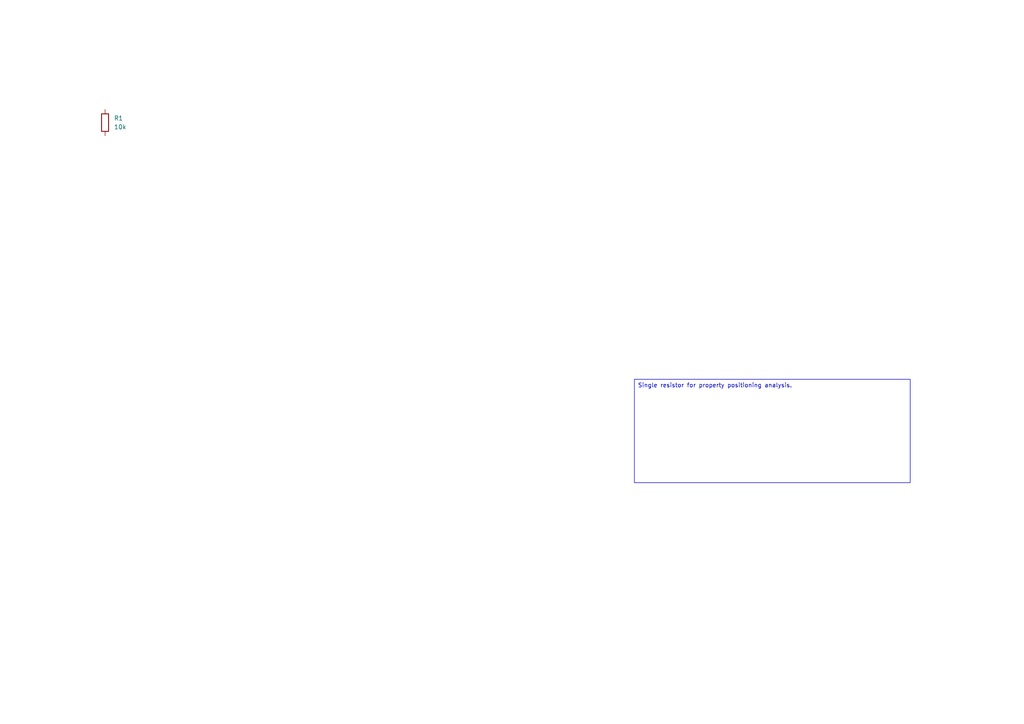
<source format=kicad_sch>
(kicad_sch (version 20250114) (generator "circuit_synth") (generator_version "0.8.36")
  (paper "A4")
  (title_block (title "resistor_reference"))
  (lib_symbols
    (symbol "Device:R" (pin_numbers (hide yes)) (pin_names (offset 0))
      (property "Reference" "R" (at 2.032 0 90))
      (property "Value" "R" (at 0 0 90))
      (symbol "R_0_1"
        (rectangle (start -1.016 -2.54) (end 1.016 2.54) (stroke (width 0.254)))
      )
      (symbol "R_1_1"
        (pin passive line (at 0 3.81 270) (length 1.27) (name "~") (number "1"))
        (pin passive line (at 0 -3.81 90) (length 1.27) (name "~") (number "2"))
      )
    )
  )
  (symbol (lib_id "Device:R") (at 30.48 35.56 0) (unit 1)
    (property "Reference" "R1" (at 33.02 34.2899 0) (effects (justify left)))
    (property "Value" "10k" (at 33.02 36.8299 0) (effects (justify left)))
    (property "Footprint" "Resistor_SMD:R_0603_1608Metric" (effects (hide yes)))
    (property "hierarchy_path" "/29300659-7698-4cb0-8920-29a274250f65" (effects (hide yes)))
    (property "project_name" "resistor_reference" (effects (hide yes)))
    (property "root_uuid" "29300659-7698-4cb0-8920-29a274250f65" (effects (hide yes)))
  )
  (text_box "Single resistor for property positioning analysis." (at 184 110 0) (size 80 30) (margins 1 1 1 1) (effects (font (size 1.2 1.2)) (justify left top)))
)
</source>
